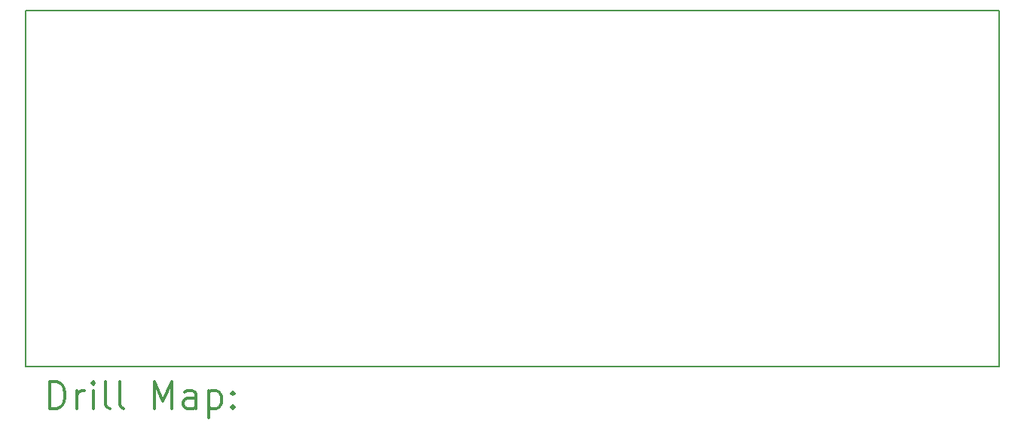
<source format=gbr>
%FSLAX45Y45*%
G04 Gerber Fmt 4.5, Leading zero omitted, Abs format (unit mm)*
G04 Created by KiCad (PCBNEW 5.1.5+dfsg1-2~bpo10+1) date 2020-02-13 18:12:34*
%MOMM*%
%LPD*%
G04 APERTURE LIST*
%TA.AperFunction,Profile*%
%ADD10C,0.200000*%
%TD*%
%ADD11C,0.200000*%
%ADD12C,0.300000*%
G04 APERTURE END LIST*
D10*
X20055124Y-12447871D02*
X20055124Y-8447871D01*
X9115124Y-12447871D02*
X20055124Y-12447871D01*
X9115124Y-8447871D02*
X9115124Y-12447871D01*
X20055124Y-8447871D02*
X9115124Y-8447871D01*
D11*
D12*
X9391553Y-12923585D02*
X9391553Y-12623585D01*
X9462981Y-12623585D01*
X9505838Y-12637871D01*
X9534410Y-12666442D01*
X9548695Y-12695014D01*
X9562981Y-12752157D01*
X9562981Y-12795014D01*
X9548695Y-12852157D01*
X9534410Y-12880728D01*
X9505838Y-12909299D01*
X9462981Y-12923585D01*
X9391553Y-12923585D01*
X9691553Y-12923585D02*
X9691553Y-12723585D01*
X9691553Y-12780728D02*
X9705838Y-12752157D01*
X9720124Y-12737871D01*
X9748695Y-12723585D01*
X9777267Y-12723585D01*
X9877267Y-12923585D02*
X9877267Y-12723585D01*
X9877267Y-12623585D02*
X9862981Y-12637871D01*
X9877267Y-12652157D01*
X9891553Y-12637871D01*
X9877267Y-12623585D01*
X9877267Y-12652157D01*
X10062981Y-12923585D02*
X10034410Y-12909299D01*
X10020124Y-12880728D01*
X10020124Y-12623585D01*
X10220124Y-12923585D02*
X10191553Y-12909299D01*
X10177267Y-12880728D01*
X10177267Y-12623585D01*
X10562981Y-12923585D02*
X10562981Y-12623585D01*
X10662981Y-12837871D01*
X10762981Y-12623585D01*
X10762981Y-12923585D01*
X11034410Y-12923585D02*
X11034410Y-12766442D01*
X11020124Y-12737871D01*
X10991553Y-12723585D01*
X10934410Y-12723585D01*
X10905838Y-12737871D01*
X11034410Y-12909299D02*
X11005838Y-12923585D01*
X10934410Y-12923585D01*
X10905838Y-12909299D01*
X10891553Y-12880728D01*
X10891553Y-12852157D01*
X10905838Y-12823585D01*
X10934410Y-12809299D01*
X11005838Y-12809299D01*
X11034410Y-12795014D01*
X11177267Y-12723585D02*
X11177267Y-13023585D01*
X11177267Y-12737871D02*
X11205838Y-12723585D01*
X11262981Y-12723585D01*
X11291552Y-12737871D01*
X11305838Y-12752157D01*
X11320124Y-12780728D01*
X11320124Y-12866442D01*
X11305838Y-12895014D01*
X11291552Y-12909299D01*
X11262981Y-12923585D01*
X11205838Y-12923585D01*
X11177267Y-12909299D01*
X11448695Y-12895014D02*
X11462981Y-12909299D01*
X11448695Y-12923585D01*
X11434410Y-12909299D01*
X11448695Y-12895014D01*
X11448695Y-12923585D01*
X11448695Y-12737871D02*
X11462981Y-12752157D01*
X11448695Y-12766442D01*
X11434410Y-12752157D01*
X11448695Y-12737871D01*
X11448695Y-12766442D01*
M02*

</source>
